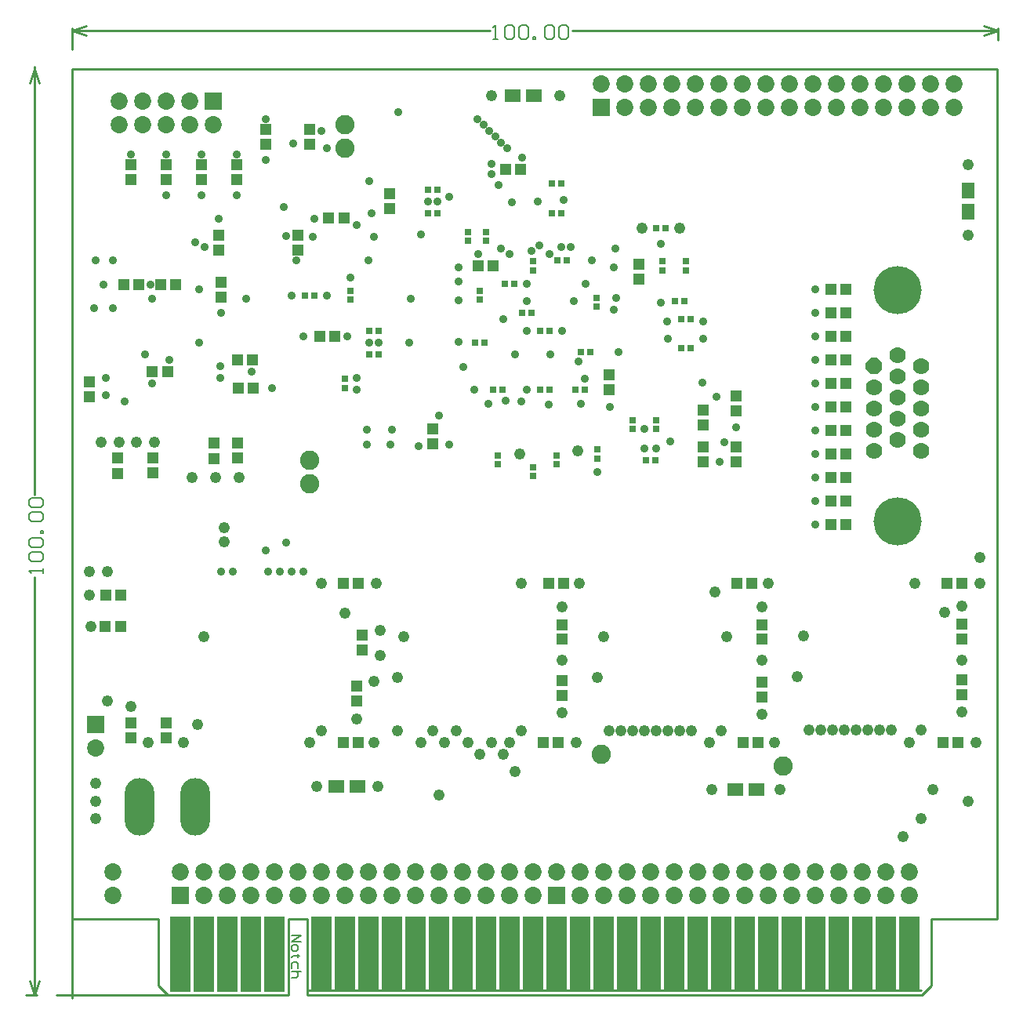
<source format=gbs>
G04*
G04 #@! TF.GenerationSoftware,Altium Limited,CircuitStudio,1.5.2 (30)*
G04*
G04 Layer_Color=39168*
%FSLAX25Y25*%
%MOIN*%
G70*
G01*
G75*
%ADD28C,0.01000*%
%ADD35C,0.00800*%
%ADD36C,0.00600*%
%ADD88R,0.08500X0.32000*%
%ADD89C,0.08200*%
%ADD90C,0.07300*%
%ADD91R,0.07300X0.07300*%
%ADD92C,0.20467*%
%ADD93C,0.07000*%
%ADD94P,0.07577X8X292.5*%
%ADD95O,0.12611X0.24422*%
%ADD96R,0.07300X0.07300*%
%ADD97C,0.03600*%
%ADD98C,0.04800*%
%ADD99R,0.04737X0.04540*%
%ADD100R,0.04540X0.04737*%
%ADD101R,0.03162X0.03162*%
%ADD102R,0.03162X0.03162*%
%ADD103R,0.06800X0.05800*%
%ADD104R,0.05800X0.06800*%
%ADD105R,0.04737X0.04737*%
%ADD106R,0.04737X0.04737*%
D28*
X293189Y1527701D02*
Y1529701D01*
X289252Y1135000D02*
X294189D01*
X293189Y1347845D02*
Y1528701D01*
Y1135000D02*
Y1312656D01*
X291189Y1522701D02*
X293189Y1528701D01*
X295189Y1522701D01*
X293189Y1135000D02*
X295189Y1141000D01*
X291189D02*
X293189Y1135000D01*
X308937Y1537126D02*
Y1546000D01*
X702638Y1541063D02*
Y1546000D01*
X308937Y1545000D02*
X486592D01*
X521782D02*
X702638D01*
X308937D02*
X314937Y1543000D01*
X308937Y1545000D02*
X314937Y1547000D01*
X696638D02*
X702638Y1545000D01*
X696638Y1543000D02*
X702638Y1545000D01*
X401000Y1167500D02*
X409000D01*
Y1135000D02*
X670300D01*
X349700D02*
X401000D01*
X409000D02*
Y1167500D01*
X401000Y1135000D02*
Y1167500D01*
X702500D02*
Y1528701D01*
X308937D02*
X702500D01*
X308937Y1167500D02*
Y1528701D01*
X674300Y1167500D02*
X702500D01*
X674300Y1139000D02*
Y1167500D01*
X308937D02*
X345700D01*
Y1139000D02*
Y1167500D01*
X670300Y1135000D02*
X674300Y1139000D01*
X345700D02*
X349700Y1135000D01*
X308937Y1133563D02*
Y1167500D01*
X302500Y1135000D02*
X349700D01*
X401000Y1167500D02*
X409000D01*
X401000Y1137000D02*
Y1167500D01*
X350000Y1135000D02*
X401000D01*
X409000Y1137000D02*
Y1167500D01*
Y1137000D02*
X670000D01*
D35*
X402500Y1160500D02*
X406499D01*
X402500Y1157834D01*
X406499D01*
X402500Y1155835D02*
Y1154502D01*
X403166Y1153835D01*
X404499D01*
X405166Y1154502D01*
Y1155835D01*
X404499Y1156501D01*
X403166D01*
X402500Y1155835D01*
X405832Y1151836D02*
X405166D01*
Y1152503D01*
Y1151170D01*
Y1151836D01*
X403166D01*
X402500Y1151170D01*
X405166Y1146504D02*
Y1148504D01*
X404499Y1149170D01*
X403166D01*
X402500Y1148504D01*
Y1146504D01*
X406499Y1145172D02*
X402500D01*
X404499D01*
X405166Y1144505D01*
Y1143172D01*
X404499Y1142506D01*
X402500D01*
D36*
X296788Y1314256D02*
Y1316255D01*
Y1315255D01*
X290790D01*
X291790Y1314256D01*
Y1319254D02*
X290790Y1320254D01*
Y1322253D01*
X291790Y1323253D01*
X295788D01*
X296788Y1322253D01*
Y1320254D01*
X295788Y1319254D01*
X291790D01*
Y1325252D02*
X290790Y1326252D01*
Y1328251D01*
X291790Y1329251D01*
X295788D01*
X296788Y1328251D01*
Y1326252D01*
X295788Y1325252D01*
X291790D01*
X296788Y1331250D02*
X295788D01*
Y1332250D01*
X296788D01*
Y1331250D01*
X291790Y1336248D02*
X290790Y1337248D01*
Y1339247D01*
X291790Y1340247D01*
X295788D01*
X296788Y1339247D01*
Y1337248D01*
X295788Y1336248D01*
X291790D01*
Y1342247D02*
X290790Y1343246D01*
Y1345245D01*
X291790Y1346245D01*
X295788D01*
X296788Y1345245D01*
Y1343246D01*
X295788Y1342247D01*
X291790D01*
X488193Y1541401D02*
X490192D01*
X489192D01*
Y1547399D01*
X488193Y1546399D01*
X493191D02*
X494191Y1547399D01*
X496190D01*
X497190Y1546399D01*
Y1542401D01*
X496190Y1541401D01*
X494191D01*
X493191Y1542401D01*
Y1546399D01*
X499189D02*
X500189Y1547399D01*
X502188D01*
X503188Y1546399D01*
Y1542401D01*
X502188Y1541401D01*
X500189D01*
X499189Y1542401D01*
Y1546399D01*
X505187Y1541401D02*
Y1542401D01*
X506187D01*
Y1541401D01*
X505187D01*
X510185Y1546399D02*
X511185Y1547399D01*
X513184D01*
X514184Y1546399D01*
Y1542401D01*
X513184Y1541401D01*
X511185D01*
X510185Y1542401D01*
Y1546399D01*
X516184D02*
X517183Y1547399D01*
X519182D01*
X520182Y1546399D01*
Y1542401D01*
X519182Y1541401D01*
X517183D01*
X516184Y1542401D01*
Y1546399D01*
D88*
X395000Y1152500D02*
D03*
X665000D02*
D03*
X655000D02*
D03*
X645000D02*
D03*
X635000D02*
D03*
X355000D02*
D03*
X365000D02*
D03*
X375000D02*
D03*
X385000D02*
D03*
X415000D02*
D03*
X425000D02*
D03*
X435000D02*
D03*
X445000D02*
D03*
X455000D02*
D03*
X465000D02*
D03*
X475000D02*
D03*
X485000D02*
D03*
X495000D02*
D03*
X505000D02*
D03*
X515000D02*
D03*
X525000D02*
D03*
X535000D02*
D03*
X545000D02*
D03*
X555000D02*
D03*
X565000D02*
D03*
X575000D02*
D03*
X585000D02*
D03*
X595000D02*
D03*
X605000D02*
D03*
X615000D02*
D03*
X625000D02*
D03*
D89*
X533937Y1237500D02*
D03*
X425000Y1505000D02*
D03*
Y1495000D02*
D03*
X410000Y1352500D02*
D03*
X611437Y1232500D02*
D03*
X410000Y1362500D02*
D03*
D90*
X683937Y1522500D02*
D03*
Y1512500D02*
D03*
X673937Y1522500D02*
D03*
Y1512500D02*
D03*
X663937Y1522500D02*
D03*
Y1512500D02*
D03*
X653937Y1522500D02*
D03*
Y1512500D02*
D03*
X643937Y1522500D02*
D03*
Y1512500D02*
D03*
X633937Y1522500D02*
D03*
Y1512500D02*
D03*
X623937Y1522500D02*
D03*
Y1512500D02*
D03*
X613937Y1522500D02*
D03*
Y1512500D02*
D03*
X603937Y1522500D02*
D03*
Y1512500D02*
D03*
X593937Y1522500D02*
D03*
Y1512500D02*
D03*
X583937Y1522500D02*
D03*
Y1512500D02*
D03*
X573937Y1522500D02*
D03*
Y1512500D02*
D03*
X563937Y1522500D02*
D03*
Y1512500D02*
D03*
X553937Y1522500D02*
D03*
Y1512500D02*
D03*
X543937Y1522500D02*
D03*
Y1512500D02*
D03*
X533937Y1522500D02*
D03*
X355000Y1187500D02*
D03*
X365000Y1177500D02*
D03*
Y1187500D02*
D03*
X375000Y1177500D02*
D03*
Y1187500D02*
D03*
X385000Y1177500D02*
D03*
Y1187500D02*
D03*
X395000Y1177500D02*
D03*
Y1187500D02*
D03*
X405000Y1177500D02*
D03*
Y1187500D02*
D03*
X415000Y1177500D02*
D03*
Y1187500D02*
D03*
X425000Y1177500D02*
D03*
Y1187500D02*
D03*
X435000Y1177500D02*
D03*
Y1187500D02*
D03*
X445000Y1177500D02*
D03*
Y1187500D02*
D03*
X455000Y1177500D02*
D03*
Y1187500D02*
D03*
X465000Y1177500D02*
D03*
Y1187500D02*
D03*
X475000Y1177500D02*
D03*
Y1187500D02*
D03*
X485000Y1177500D02*
D03*
Y1187500D02*
D03*
X495000Y1177500D02*
D03*
Y1187500D02*
D03*
X505000Y1177500D02*
D03*
Y1187500D02*
D03*
X515000D02*
D03*
X525000Y1177500D02*
D03*
Y1187500D02*
D03*
X535000Y1177500D02*
D03*
Y1187500D02*
D03*
X545000Y1177500D02*
D03*
Y1187500D02*
D03*
X555000Y1177500D02*
D03*
Y1187500D02*
D03*
X565000Y1177500D02*
D03*
Y1187500D02*
D03*
X575000Y1177500D02*
D03*
Y1187500D02*
D03*
X585000Y1177500D02*
D03*
Y1187500D02*
D03*
X595000Y1177500D02*
D03*
Y1187500D02*
D03*
X605000Y1177500D02*
D03*
Y1187500D02*
D03*
X615000Y1177500D02*
D03*
Y1187500D02*
D03*
X625000Y1177500D02*
D03*
Y1187500D02*
D03*
X635000Y1177500D02*
D03*
Y1187500D02*
D03*
X645000Y1177500D02*
D03*
Y1187500D02*
D03*
X655000Y1177500D02*
D03*
Y1187500D02*
D03*
X665000Y1177500D02*
D03*
Y1187500D02*
D03*
X319000Y1240000D02*
D03*
X326437Y1177500D02*
D03*
Y1187500D02*
D03*
X368937Y1505000D02*
D03*
X358937Y1515000D02*
D03*
Y1505000D02*
D03*
X348937Y1515000D02*
D03*
Y1505000D02*
D03*
X338937Y1515000D02*
D03*
Y1505000D02*
D03*
X328937Y1515000D02*
D03*
Y1505000D02*
D03*
D91*
X533937Y1512500D02*
D03*
X355000Y1177500D02*
D03*
X515000D02*
D03*
X319000Y1250000D02*
D03*
D92*
X660000Y1336333D02*
D03*
Y1434667D02*
D03*
D93*
X670000Y1366500D02*
D03*
Y1375500D02*
D03*
Y1384500D02*
D03*
Y1393500D02*
D03*
Y1402500D02*
D03*
X660000Y1371000D02*
D03*
Y1380000D02*
D03*
Y1389000D02*
D03*
Y1398000D02*
D03*
Y1407000D02*
D03*
X650000Y1366500D02*
D03*
Y1384500D02*
D03*
Y1393500D02*
D03*
Y1375500D02*
D03*
D94*
Y1402500D02*
D03*
D95*
X337815Y1215000D02*
D03*
X361437D02*
D03*
D96*
X368937Y1515000D02*
D03*
D97*
X584469Y1361850D02*
D03*
X456500Y1368319D02*
D03*
X465000Y1381500D02*
D03*
X586437Y1370000D02*
D03*
X493937Y1495000D02*
D03*
X491437Y1497500D02*
D03*
X488937Y1500000D02*
D03*
X486437Y1502500D02*
D03*
X483937Y1505000D02*
D03*
X481437Y1507500D02*
D03*
X457500Y1458500D02*
D03*
X473500Y1438500D02*
D03*
Y1444500D02*
D03*
X525500Y1386500D02*
D03*
X539500Y1426500D02*
D03*
Y1444500D02*
D03*
X559500Y1454500D02*
D03*
X521000Y1453000D02*
D03*
X491500Y1452500D02*
D03*
X507677Y1453677D02*
D03*
X517000Y1453000D02*
D03*
X343000Y1430996D02*
D03*
X552500Y1375531D02*
D03*
X532500Y1357500D02*
D03*
X500000Y1387500D02*
D03*
X486024Y1386476D02*
D03*
X527500Y1437500D02*
D03*
X492500Y1422500D02*
D03*
X507000Y1472500D02*
D03*
X469500Y1369000D02*
D03*
X460531Y1472500D02*
D03*
X435531Y1412500D02*
D03*
X502500Y1392500D02*
D03*
X524500Y1404500D02*
D03*
X502500Y1437500D02*
D03*
Y1417500D02*
D03*
X430000Y1397500D02*
D03*
X331437Y1387500D02*
D03*
X350315Y1405000D02*
D03*
X402500Y1432500D02*
D03*
X577500Y1414000D02*
D03*
X530000Y1447500D02*
D03*
X512500Y1407500D02*
D03*
X480000Y1392500D02*
D03*
X522500Y1430000D02*
D03*
X497500Y1407500D02*
D03*
X412000Y1465000D02*
D03*
X552500Y1367500D02*
D03*
X404468Y1447500D02*
D03*
X400000Y1457618D02*
D03*
X437500Y1457500D02*
D03*
X435000Y1447500D02*
D03*
X447874Y1510504D02*
D03*
X591500Y1376500D02*
D03*
X407500Y1415000D02*
D03*
X323437Y1390000D02*
D03*
Y1397500D02*
D03*
X385437Y1400000D02*
D03*
X371937Y1402500D02*
D03*
Y1397500D02*
D03*
X339937Y1407500D02*
D03*
X430000Y1462500D02*
D03*
X402910Y1497000D02*
D03*
X540000Y1452500D02*
D03*
X562000Y1421500D02*
D03*
X559500Y1429500D02*
D03*
X562500Y1414000D02*
D03*
X452500Y1412500D02*
D03*
X518000Y1473000D02*
D03*
X453000Y1431000D02*
D03*
X583031Y1389468D02*
D03*
X577000Y1395500D02*
D03*
X563500Y1370500D02*
D03*
X464468Y1472500D02*
D03*
X577500Y1421500D02*
D03*
X439468Y1412500D02*
D03*
X427500Y1440000D02*
D03*
X415000Y1502500D02*
D03*
X426181Y1415000D02*
D03*
X342500Y1437000D02*
D03*
X475500Y1402000D02*
D03*
X362933Y1412496D02*
D03*
X343091Y1395031D02*
D03*
X557500Y1367500D02*
D03*
X417500Y1432500D02*
D03*
X481850Y1450000D02*
D03*
X537598Y1385098D02*
D03*
X496000Y1472000D02*
D03*
X469500Y1474500D02*
D03*
X625000Y1335000D02*
D03*
Y1345000D02*
D03*
Y1355000D02*
D03*
Y1365000D02*
D03*
Y1375000D02*
D03*
Y1385000D02*
D03*
Y1395000D02*
D03*
Y1405000D02*
D03*
Y1415000D02*
D03*
Y1425000D02*
D03*
Y1435000D02*
D03*
X393937Y1393000D02*
D03*
X434500Y1375500D02*
D03*
X445000D02*
D03*
X371500Y1465000D02*
D03*
X365500Y1453000D02*
D03*
X322500Y1437000D02*
D03*
X444500Y1369000D02*
D03*
X434500D02*
D03*
X318500Y1427000D02*
D03*
X326500D02*
D03*
X372500Y1425000D02*
D03*
Y1315000D02*
D03*
X377500D02*
D03*
X391500Y1324000D02*
D03*
X400000Y1327500D02*
D03*
X392500Y1315000D02*
D03*
X397500D02*
D03*
X402500D02*
D03*
X407500D02*
D03*
X363000Y1435000D02*
D03*
X383000Y1431000D02*
D03*
X318937Y1447500D02*
D03*
X326437D02*
D03*
X398937Y1470000D02*
D03*
X500437Y1491000D02*
D03*
X490437Y1479500D02*
D03*
X487437Y1484000D02*
D03*
Y1488500D02*
D03*
X435437Y1481000D02*
D03*
X436437Y1467500D02*
D03*
X411437Y1457500D02*
D03*
X502500Y1430000D02*
D03*
X495000Y1450000D02*
D03*
X512000D02*
D03*
X526968Y1396968D02*
D03*
X517500Y1417500D02*
D03*
X430000Y1392500D02*
D03*
X473374Y1430374D02*
D03*
X473343Y1412658D02*
D03*
X493500Y1387750D02*
D03*
X511614Y1385886D02*
D03*
X541500Y1408500D02*
D03*
X540500Y1431500D02*
D03*
X504542Y1451260D02*
D03*
X417500Y1495000D02*
D03*
X348937Y1475000D02*
D03*
X363937D02*
D03*
X378937D02*
D03*
X391437Y1490000D02*
D03*
X363937Y1492500D02*
D03*
X348937D02*
D03*
X378937D02*
D03*
X391437Y1507500D02*
D03*
X333937Y1492500D02*
D03*
X361437Y1455000D02*
D03*
D98*
X415000Y1310000D02*
D03*
X430000Y1252500D02*
D03*
X437500Y1268299D02*
D03*
X410000Y1242250D02*
D03*
X580000D02*
D03*
X495000D02*
D03*
X500000Y1310000D02*
D03*
X582500Y1306500D02*
D03*
X665000Y1242500D02*
D03*
X465000Y1220000D02*
D03*
X497500Y1230000D02*
D03*
X662500Y1202500D02*
D03*
X482500Y1237500D02*
D03*
X492500D02*
D03*
X324055Y1315118D02*
D03*
X316437Y1315000D02*
D03*
X323937Y1260000D02*
D03*
X341437Y1242500D02*
D03*
X373740Y1327740D02*
D03*
Y1333620D02*
D03*
X607799Y1242250D02*
D03*
X693299Y1242500D02*
D03*
X617500Y1270250D02*
D03*
X687500Y1277500D02*
D03*
X695000Y1310000D02*
D03*
X535000Y1287500D02*
D03*
X532500Y1270000D02*
D03*
X450000Y1287500D02*
D03*
X447500Y1270000D02*
D03*
X524850Y1310000D02*
D03*
X523299Y1242250D02*
D03*
X581000Y1222500D02*
D03*
X438299Y1310000D02*
D03*
X365000Y1287500D02*
D03*
X362500Y1250000D02*
D03*
X602500Y1277500D02*
D03*
X437500Y1242250D02*
D03*
X517500Y1277500D02*
D03*
X620000Y1287750D02*
D03*
X605000Y1310000D02*
D03*
X440000Y1279350D02*
D03*
X356437Y1242500D02*
D03*
X334114Y1257677D02*
D03*
X622500Y1247750D02*
D03*
X627500D02*
D03*
X632500D02*
D03*
X637500D02*
D03*
X642500D02*
D03*
X647500D02*
D03*
X652500D02*
D03*
X657500D02*
D03*
X572500Y1247500D02*
D03*
X567500D02*
D03*
X562500D02*
D03*
X557500D02*
D03*
X552500D02*
D03*
X547500D02*
D03*
X542500D02*
D03*
X537500D02*
D03*
X487500Y1242500D02*
D03*
X610000Y1222500D02*
D03*
X687500Y1255250D02*
D03*
X602500Y1254201D02*
D03*
X517500Y1255000D02*
D03*
X670000Y1247750D02*
D03*
X585000Y1247500D02*
D03*
X500000D02*
D03*
X415000D02*
D03*
X567516Y1461000D02*
D03*
X551516D02*
D03*
X524000Y1366500D02*
D03*
X321437Y1370000D02*
D03*
X336437D02*
D03*
X499500Y1365000D02*
D03*
X438937Y1223563D02*
D03*
X462500Y1247500D02*
D03*
X457500Y1242500D02*
D03*
X602500Y1300000D02*
D03*
X517500D02*
D03*
X687500Y1300250D02*
D03*
X587500Y1287500D02*
D03*
X680000Y1297750D02*
D03*
X477500Y1242500D02*
D03*
X472500Y1247500D02*
D03*
X425000Y1297500D02*
D03*
X467500Y1242500D02*
D03*
X667500Y1310000D02*
D03*
X689937Y1457937D02*
D03*
Y1487937D02*
D03*
X440000Y1290150D02*
D03*
X695000Y1321000D02*
D03*
X447500Y1247500D02*
D03*
X360000Y1355000D02*
D03*
X370000D02*
D03*
X380000D02*
D03*
X412937Y1223563D02*
D03*
X516437Y1517500D02*
D03*
X487437Y1517500D02*
D03*
X343937Y1370000D02*
D03*
X328937D02*
D03*
X690000Y1217500D02*
D03*
X670020Y1210020D02*
D03*
X675000Y1222500D02*
D03*
X318937Y1225000D02*
D03*
Y1217500D02*
D03*
Y1210000D02*
D03*
X316437Y1305000D02*
D03*
X317087Y1291850D02*
D03*
D99*
X432500Y1281850D02*
D03*
Y1288150D02*
D03*
X430000Y1266299D02*
D03*
Y1260000D02*
D03*
X462500Y1375650D02*
D03*
Y1369350D02*
D03*
X591437Y1361850D02*
D03*
Y1368150D02*
D03*
X591500Y1383350D02*
D03*
Y1389650D02*
D03*
X333937Y1481850D02*
D03*
Y1488150D02*
D03*
X517500Y1292500D02*
D03*
Y1286201D02*
D03*
X517500Y1268799D02*
D03*
Y1262500D02*
D03*
X602500Y1292500D02*
D03*
Y1286201D02*
D03*
X602500Y1268000D02*
D03*
Y1261701D02*
D03*
X687500Y1292750D02*
D03*
Y1286451D02*
D03*
X687500Y1269049D02*
D03*
Y1262750D02*
D03*
X316437Y1389350D02*
D03*
Y1395650D02*
D03*
X577500Y1361850D02*
D03*
Y1368150D02*
D03*
Y1377350D02*
D03*
Y1383650D02*
D03*
X410000Y1503150D02*
D03*
Y1496850D02*
D03*
X391437Y1503150D02*
D03*
Y1496850D02*
D03*
X378937Y1488150D02*
D03*
Y1481850D02*
D03*
X363937Y1488150D02*
D03*
Y1481850D02*
D03*
X348937Y1488150D02*
D03*
Y1481850D02*
D03*
X537500Y1398799D02*
D03*
Y1392500D02*
D03*
X405000Y1458150D02*
D03*
Y1451850D02*
D03*
X379500Y1363350D02*
D03*
Y1369650D02*
D03*
X371500Y1458150D02*
D03*
Y1451850D02*
D03*
X372500Y1438150D02*
D03*
Y1431850D02*
D03*
X550000Y1439350D02*
D03*
Y1445650D02*
D03*
X443937Y1475650D02*
D03*
Y1469350D02*
D03*
X343437Y1363213D02*
D03*
Y1356913D02*
D03*
X333937Y1250650D02*
D03*
Y1244350D02*
D03*
X348937D02*
D03*
Y1250650D02*
D03*
D100*
X430799Y1310000D02*
D03*
X424500D02*
D03*
X420649Y1415000D02*
D03*
X414350D02*
D03*
X424500Y1242250D02*
D03*
X430799D02*
D03*
X600799D02*
D03*
X594500D02*
D03*
X515799D02*
D03*
X509500D02*
D03*
X518150Y1310000D02*
D03*
X511850D02*
D03*
X591850D02*
D03*
X598150D02*
D03*
X685799Y1242500D02*
D03*
X679500D02*
D03*
X687500Y1310000D02*
D03*
X681201D02*
D03*
X331083Y1437000D02*
D03*
X337382D02*
D03*
X346850D02*
D03*
X353150D02*
D03*
X379787Y1393000D02*
D03*
X386087D02*
D03*
X385768Y1405000D02*
D03*
X379468D02*
D03*
X493287Y1486000D02*
D03*
X499587D02*
D03*
X488150Y1445000D02*
D03*
X481850D02*
D03*
X631850Y1345000D02*
D03*
X638150D02*
D03*
X631850Y1335000D02*
D03*
X638150D02*
D03*
X631850Y1365000D02*
D03*
X638150D02*
D03*
X631850Y1375000D02*
D03*
X638150D02*
D03*
X631850Y1395000D02*
D03*
X638150D02*
D03*
X631850Y1405000D02*
D03*
X638150D02*
D03*
X631850Y1425000D02*
D03*
X638150D02*
D03*
X631850Y1435000D02*
D03*
X638150D02*
D03*
X631850Y1415000D02*
D03*
X638150D02*
D03*
X631850Y1385000D02*
D03*
X638150D02*
D03*
X631850Y1355000D02*
D03*
X638150D02*
D03*
X323287Y1305000D02*
D03*
X329587D02*
D03*
D101*
X557500Y1375531D02*
D03*
Y1379468D02*
D03*
X425000Y1393032D02*
D03*
Y1396968D02*
D03*
X427500Y1434468D02*
D03*
Y1430531D02*
D03*
X482500Y1430532D02*
D03*
Y1434468D02*
D03*
X532000Y1431468D02*
D03*
Y1427531D02*
D03*
X505000Y1446968D02*
D03*
Y1443031D02*
D03*
X532500Y1366968D02*
D03*
Y1363031D02*
D03*
X505000Y1359468D02*
D03*
Y1355531D02*
D03*
X515000Y1364468D02*
D03*
Y1360531D02*
D03*
X490000Y1364468D02*
D03*
Y1360531D02*
D03*
X560000Y1446968D02*
D03*
Y1443031D02*
D03*
X570000Y1446968D02*
D03*
Y1443031D02*
D03*
X547500Y1379468D02*
D03*
Y1375531D02*
D03*
X477500Y1455532D02*
D03*
Y1459468D02*
D03*
X485000Y1455532D02*
D03*
Y1459468D02*
D03*
D102*
X557547Y1461000D02*
D03*
X561484D02*
D03*
X411969Y1432500D02*
D03*
X408031D02*
D03*
X439468Y1407500D02*
D03*
X435531D02*
D03*
X439468Y1417500D02*
D03*
X435531D02*
D03*
X526968Y1392500D02*
D03*
X523031D02*
D03*
X511969Y1417500D02*
D03*
X508031D02*
D03*
X480532Y1412500D02*
D03*
X484469D02*
D03*
X511969Y1392500D02*
D03*
X508031D02*
D03*
X491968D02*
D03*
X488031D02*
D03*
X529468Y1408500D02*
D03*
X525531D02*
D03*
X515531Y1447500D02*
D03*
X519468D02*
D03*
X493032Y1437500D02*
D03*
X496969D02*
D03*
X556968Y1362500D02*
D03*
X553031D02*
D03*
X568032Y1410000D02*
D03*
X571969D02*
D03*
X464468Y1477500D02*
D03*
X460531D02*
D03*
X568032Y1422500D02*
D03*
X571969D02*
D03*
X516968Y1480000D02*
D03*
X513031D02*
D03*
X516968Y1467500D02*
D03*
X513031D02*
D03*
X565531Y1430000D02*
D03*
X569468D02*
D03*
X464468Y1467500D02*
D03*
X460531D02*
D03*
X504468Y1425000D02*
D03*
X500531D02*
D03*
D103*
X421437Y1223563D02*
D03*
X430437D02*
D03*
X600000Y1222500D02*
D03*
X591000D02*
D03*
X505437Y1517500D02*
D03*
X496437D02*
D03*
D104*
X689937Y1467937D02*
D03*
Y1476937D02*
D03*
D105*
X424846Y1465500D02*
D03*
X418153D02*
D03*
X343091Y1400000D02*
D03*
X349783D02*
D03*
X323091Y1291850D02*
D03*
X329783D02*
D03*
D106*
X369500Y1363153D02*
D03*
Y1369846D02*
D03*
X328437Y1363409D02*
D03*
Y1356717D02*
D03*
M02*

</source>
